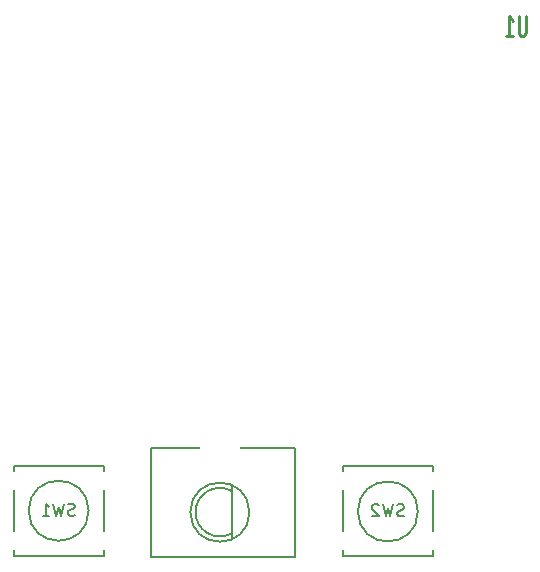
<source format=gbo>
G04 (created by PCBNEW (2013-07-07 BZR 4022)-stable) date 2015-10-06 15:27:07*
%MOIN*%
G04 Gerber Fmt 3.4, Leading zero omitted, Abs format*
%FSLAX34Y34*%
G01*
G70*
G90*
G04 APERTURE LIST*
%ADD10C,0.00393701*%
%ADD11C,0.00787402*%
%ADD12C,0.005*%
%ADD13C,0.0107*%
%ADD14C,0.012*%
%ADD15C,0.008*%
%ADD16C,0.067874*%
%ADD17R,0.133858X0.133858*%
%ADD18C,0.062874*%
%ADD19R,0.062874X0.062874*%
%ADD20C,0.063874*%
G04 APERTURE END LIST*
G54D10*
G54D11*
X12850Y-19025D02*
X12850Y-15425D01*
X8050Y-19025D02*
X8050Y-15425D01*
X8100Y-19025D02*
X12850Y-19025D01*
X12850Y-15375D02*
X8050Y-15375D01*
G54D12*
X10743Y-16619D02*
X10743Y-18430D01*
X11334Y-17525D02*
G75*
G03X11334Y-17525I-984J0D01*
G74*
G01*
X9539Y-17512D02*
G75*
G03X10744Y-18233I810J-12D01*
G74*
G01*
X9539Y-17537D02*
G75*
G02X10744Y-16816I810J12D01*
G74*
G01*
X16950Y-17500D02*
G75*
G03X16950Y-17500I-1000J0D01*
G74*
G01*
X14450Y-19000D02*
X17450Y-19000D01*
X17450Y-19000D02*
X17450Y-16000D01*
X17450Y-16000D02*
X14450Y-16000D01*
X14450Y-19000D02*
X14450Y-16000D01*
X5975Y-17475D02*
G75*
G03X5975Y-17475I-1000J0D01*
G74*
G01*
X3475Y-18975D02*
X6475Y-18975D01*
X6475Y-18975D02*
X6475Y-15975D01*
X6475Y-15975D02*
X3475Y-15975D01*
X3475Y-18975D02*
X3475Y-15975D01*
G54D13*
X20551Y-969D02*
X20551Y-1520D01*
X20530Y-1585D01*
X20510Y-1618D01*
X20469Y-1650D01*
X20388Y-1650D01*
X20347Y-1618D01*
X20326Y-1585D01*
X20306Y-1520D01*
X20306Y-969D01*
X19878Y-1650D02*
X20123Y-1650D01*
X20000Y-1650D02*
X20000Y-969D01*
X20041Y-1066D01*
X20082Y-1131D01*
X20123Y-1164D01*
G54D14*
G54D15*
X16483Y-17642D02*
X16426Y-17661D01*
X16330Y-17661D01*
X16292Y-17642D01*
X16273Y-17623D01*
X16254Y-17585D01*
X16254Y-17547D01*
X16273Y-17509D01*
X16292Y-17490D01*
X16330Y-17471D01*
X16407Y-17452D01*
X16445Y-17433D01*
X16464Y-17414D01*
X16483Y-17376D01*
X16483Y-17338D01*
X16464Y-17300D01*
X16445Y-17280D01*
X16407Y-17261D01*
X16311Y-17261D01*
X16254Y-17280D01*
X16121Y-17261D02*
X16026Y-17661D01*
X15950Y-17376D01*
X15873Y-17661D01*
X15778Y-17261D01*
X15645Y-17300D02*
X15626Y-17280D01*
X15588Y-17261D01*
X15492Y-17261D01*
X15454Y-17280D01*
X15435Y-17300D01*
X15416Y-17338D01*
X15416Y-17376D01*
X15435Y-17433D01*
X15664Y-17661D01*
X15416Y-17661D01*
X5508Y-17617D02*
X5451Y-17636D01*
X5355Y-17636D01*
X5317Y-17617D01*
X5298Y-17598D01*
X5279Y-17560D01*
X5279Y-17522D01*
X5298Y-17484D01*
X5317Y-17465D01*
X5355Y-17446D01*
X5432Y-17427D01*
X5470Y-17408D01*
X5489Y-17389D01*
X5508Y-17351D01*
X5508Y-17313D01*
X5489Y-17275D01*
X5470Y-17255D01*
X5432Y-17236D01*
X5336Y-17236D01*
X5279Y-17255D01*
X5146Y-17236D02*
X5051Y-17636D01*
X4975Y-17351D01*
X4898Y-17636D01*
X4803Y-17236D01*
X4441Y-17636D02*
X4670Y-17636D01*
X4555Y-17636D02*
X4555Y-17236D01*
X4594Y-17294D01*
X4632Y-17332D01*
X4670Y-17351D01*
%LPC*%
G54D16*
X13302Y-16540D03*
X13302Y-17525D03*
X13302Y-18509D03*
X7594Y-18509D03*
X7594Y-16540D03*
G54D17*
X10350Y-15280D03*
G54D18*
X20287Y-3637D03*
X20287Y-4637D03*
X20287Y-5637D03*
X20287Y-6637D03*
X20287Y-7637D03*
X20287Y-8637D03*
G54D19*
X20287Y-9637D03*
X662Y-13637D03*
G54D18*
X662Y-12637D03*
X662Y-11637D03*
X662Y-10637D03*
X662Y-9637D03*
X662Y-8637D03*
X662Y-7637D03*
X662Y-6637D03*
X662Y-5637D03*
X662Y-4637D03*
X662Y-3637D03*
X662Y-2637D03*
X662Y-1637D03*
X662Y-637D03*
X20275Y-2650D03*
G54D20*
X9200Y-11575D03*
X10000Y-11575D03*
G54D19*
X19475Y-17650D03*
G54D18*
X19475Y-16650D03*
X17450Y-18500D03*
X17450Y-16500D03*
X14450Y-18500D03*
X14450Y-16500D03*
X6475Y-18475D03*
X6475Y-16475D03*
X3475Y-18475D03*
X3475Y-16475D03*
G54D19*
X6200Y-13000D03*
G54D18*
X7200Y-13000D03*
X8200Y-13000D03*
X9200Y-13000D03*
G54D19*
X4900Y-4125D03*
G54D18*
X5900Y-4125D03*
X6900Y-4125D03*
X7900Y-4125D03*
G54D19*
X20200Y-11150D03*
G54D18*
X20200Y-12150D03*
X20200Y-13150D03*
G54D19*
X1550Y-15125D03*
G54D18*
X1550Y-16125D03*
G54D19*
X1550Y-17325D03*
G54D18*
X1550Y-18325D03*
M02*

</source>
